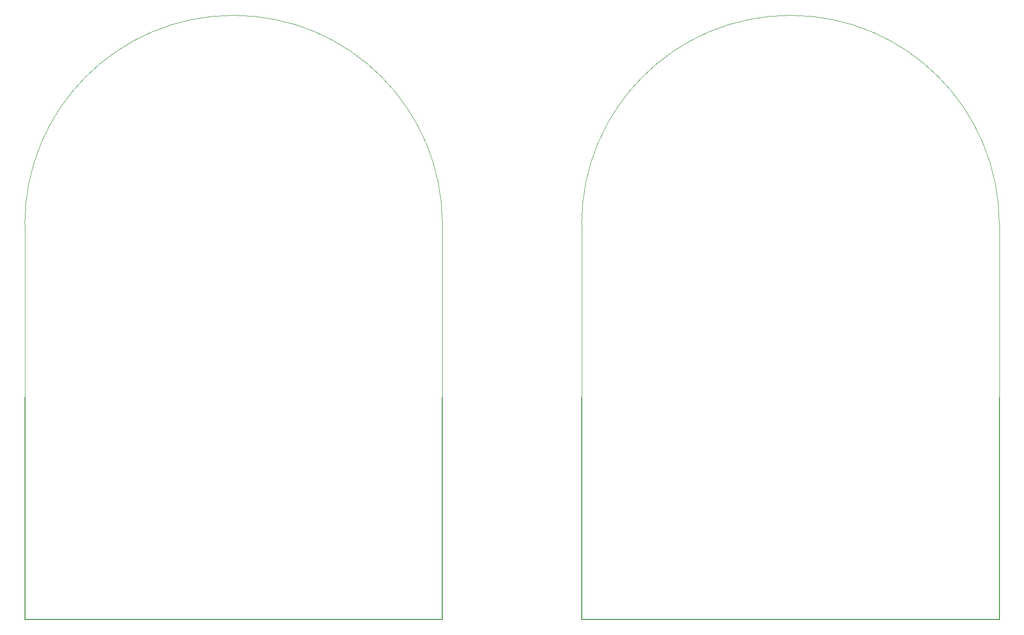
<source format=gbr>
%TF.GenerationSoftware,KiCad,Pcbnew,7.0.10-unknown-202401012134~036241c819~ubuntu22.04.1*%
%TF.CreationDate,2024-01-11T20:57:47+01:00*%
%TF.ProjectId,main_board,6d61696e-5f62-46f6-9172-642e6b696361,rev?*%
%TF.SameCoordinates,Original*%
%TF.FileFunction,Profile,NP*%
%FSLAX46Y46*%
G04 Gerber Fmt 4.6, Leading zero omitted, Abs format (unit mm)*
G04 Created by KiCad (PCBNEW 7.0.10-unknown-202401012134~036241c819~ubuntu22.04.1) date 2024-01-11 20:57:47*
%MOMM*%
%LPD*%
G01*
G04 APERTURE LIST*
%TA.AperFunction,Profile*%
%ADD10C,0.100000*%
%TD*%
%TA.AperFunction,Profile*%
%ADD11C,0.150000*%
%TD*%
G04 APERTURE END LIST*
D10*
X260000000Y-89000000D02*
G75*
G03*
X185000000Y-89000000I-37500000J0D01*
G01*
D11*
X260000000Y-160000000D02*
X260000000Y-120000000D01*
D10*
X185000000Y-90000000D02*
X185000000Y-89000000D01*
D11*
X185000000Y-160000000D02*
X260000000Y-160000000D01*
X185000000Y-160000000D02*
X185000000Y-120000000D01*
D10*
X260000000Y-120000000D02*
X260000000Y-89000000D01*
X185000000Y-120000000D02*
X185000000Y-90000000D01*
X85000000Y-90000000D02*
X85000000Y-89000000D01*
X160000000Y-89000000D02*
G75*
G03*
X85000000Y-89000000I-37500000J0D01*
G01*
D11*
X85000000Y-160000000D02*
X160000000Y-160000000D01*
X85000000Y-160000000D02*
X85000000Y-120000000D01*
D10*
X160000000Y-120000000D02*
X160000000Y-89000000D01*
X85000000Y-120000000D02*
X85000000Y-90000000D01*
D11*
X160000000Y-160000000D02*
X160000000Y-120000000D01*
M02*

</source>
